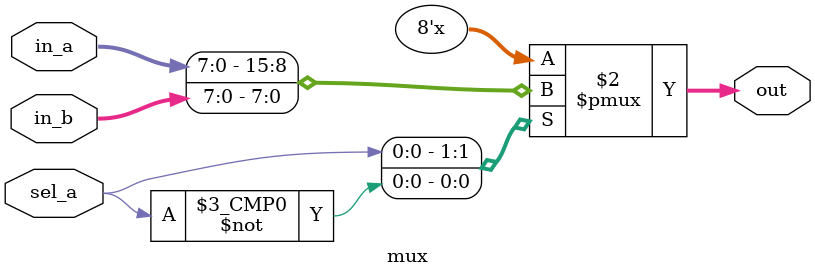
<source format=sv>
module mux
	#(
		parameter WIDTH = 8
	)(
		input logic [WIDTH-1:0] in_a,
		input logic [WIDTH-1:0] in_b,
		input sel_a,
		output logic [WIDTH-1:0] out
	);

	always_comb begin
		unique case (sel_a)
			1'b1: 		out = in_a;
			1'b0: 		out = in_b;
			default: 	out = {WIDTH{1'b0}};
		endcase
	end
endmodule

</source>
